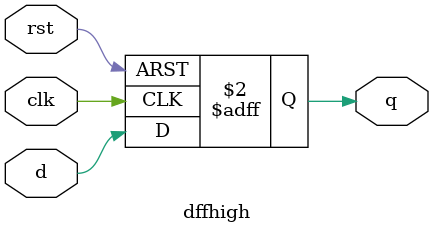
<source format=v>
module dffhigh(clk, rst, d, q);
  input clk;
  input rst;   // asynchronous active-high reset
  input d;
  output reg q;

  always @(posedge clk or posedge rst) begin
    if (rst)
      q = 1'b0;
    else
      q = d;
  end
endmodule



</source>
